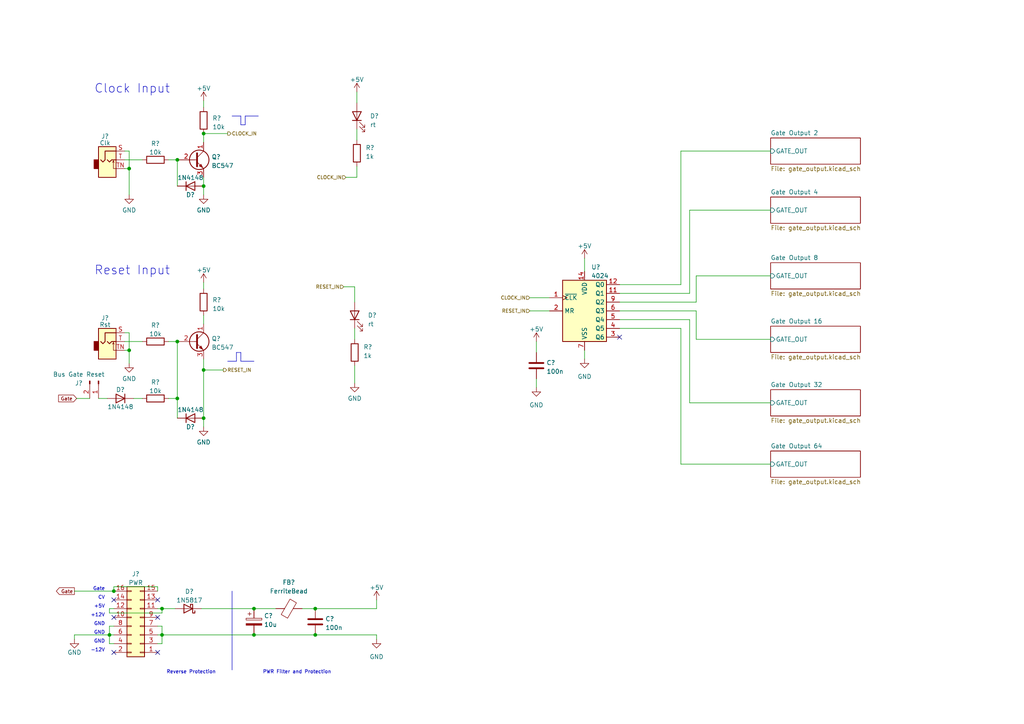
<source format=kicad_sch>
(kicad_sch (version 20230121) (generator eeschema)
  (paper "A4")
  (title_block (title "The Count") (date "2023-04-03") (rev "v1") (company "moPsy"))
  (lib_symbols
    (symbol "4xxx_IEEE:4024"
      (property "Reference" "U" (at 5.08 11.43 0))
      (property "Value" "4024" (at 10.16 -10.16 0))
      (symbol "4024_0_0"
        (rectangle (start -6.35 10.16) (end 6.35 -7.62) (stroke (width 0.254)) (fill (type background)))
        (pin power_in line (at 0 12.7 270) (length 2.54) (name "VDD") (number "14"))
        (pin power_in line (at 0 -10.16 90) (length 2.54) (name "VSS") (number "7"))
      )
      (symbol "4024_1_1"
        (pin input clock (at -10.16 5.08 0) (length 3.81) (name "~{CLK}") (number "1"))
        (pin output line (at 10.16 6.35 180) (length 3.81) (name "Q1") (number "11"))
        (pin output line (at 10.16 8.89 180) (length 3.81) (name "Q0") (number "12"))
        (pin input line (at -10.16 1.27 0) (length 3.81) (name "MR") (number "2"))
        (pin output line (at 10.16 -6.35 180) (length 3.81) (name "Q6") (number "3"))
        (pin output line (at 10.16 -3.81 180) (length 3.81) (name "Q5") (number "4"))
        (pin output line (at 10.16 -1.27 180) (length 3.81) (name "Q4") (number "5"))
        (pin output line (at 10.16 1.27 180) (length 3.81) (name "Q3") (number "6"))
        (pin output line (at 10.16 3.81 180) (length 3.81) (name "Q2") (number "9"))
      )
    )
    (symbol "Connector:AudioJack2_Ground_SwitchT"
      (property "Reference" "J?" (at -0.635 8.89 0))
      (property "Value" "IN1" (at -0.635 6.35 0))
      (symbol "AudioJack2_Ground_SwitchT_0_1"
        (rectangle (start -2.54 0) (end -3.81 -2.54) (stroke (width 0.254)) (fill (type outline)))
        (polyline (pts (xy 1.778 -0.254) (xy 2.032 -0.762)))
        (polyline (pts (xy 0 0) (xy 0.635 -0.635) (xy 1.27 0) (xy 2.54 0)) (stroke (width 0.254)))
        (polyline (pts (xy 2.54 -2.54) (xy 1.778 -2.54) (xy 1.778 -0.254) (xy 1.524 -0.762)))
        (polyline (pts (xy 2.54 2.54) (xy -0.635 2.54) (xy -0.635 0) (xy -1.27 -0.635) (xy -1.905 0)) (stroke (width 0.254)))
        (rectangle (start 2.54 3.81) (end -2.54 -5.08) (stroke (width 0.254)) (fill (type background)))
      )
      (symbol "AudioJack2_Ground_SwitchT_1_1"
        (pin passive line (at 5.08 2.54 180) (length 2.54) (name "~") (number "S"))
        (pin passive line (at 5.08 0 180) (length 2.54) (name "~") (number "T"))
        (pin passive line (at 5.08 -2.54 180) (length 2.54) (name "~") (number "TN"))
      )
    )
    (symbol "Connector:Conn_01x02_Pin" (pin_names (offset 1.016) hide)
      (property "Reference" "J" (at 0 2.54 0))
      (property "Value" "Conn_01x02_Pin" (at 0 -5.08 0))
      (symbol "Conn_01x02_Pin_1_1"
        (polyline (pts (xy 1.27 -2.54) (xy 0.8636 -2.54)) (stroke (width 0.1524)))
        (polyline (pts (xy 1.27 0) (xy 0.8636 0)) (stroke (width 0.1524)))
        (rectangle (start 0.8636 -2.413) (end 0 -2.667) (stroke (width 0.1524)) (fill (type outline)))
        (rectangle (start 0.8636 0.127) (end 0 -0.127) (stroke (width 0.1524)) (fill (type outline)))
        (pin passive line (at 5.08 0 180) (length 3.81) (name "Pin_1") (number "1"))
        (pin passive line (at 5.08 -2.54 180) (length 3.81) (name "Pin_2") (number "2"))
      )
    )
    (symbol "Connector_Generic:Conn_02x08_Odd_Even" (pin_names (offset 1.016) hide)
      (property "Reference" "J" (at 1.27 10.16 0))
      (property "Value" "Conn_02x08_Odd_Even" (at 1.27 -12.7 0))
      (symbol "Conn_02x08_Odd_Even_1_1"
        (rectangle (start -1.27 -10.033) (end 0 -10.287) (stroke (width 0.1524)))
        (rectangle (start -1.27 -7.493) (end 0 -7.747) (stroke (width 0.1524)))
        (rectangle (start -1.27 -4.953) (end 0 -5.207) (stroke (width 0.1524)))
        (rectangle (start -1.27 -2.413) (end 0 -2.667) (stroke (width 0.1524)))
        (rectangle (start -1.27 0.127) (end 0 -0.127) (stroke (width 0.1524)))
        (rectangle (start -1.27 2.667) (end 0 2.413) (stroke (width 0.1524)))
        (rectangle (start -1.27 5.207) (end 0 4.953) (stroke (width 0.1524)))
        (rectangle (start -1.27 7.747) (end 0 7.493) (stroke (width 0.1524)))
        (rectangle (start -1.27 8.89) (end 3.81 -11.43) (stroke (width 0.254)) (fill (type background)))
        (rectangle (start 3.81 -10.033) (end 2.54 -10.287) (stroke (width 0.1524)))
        (rectangle (start 3.81 -7.493) (end 2.54 -7.747) (stroke (width 0.1524)))
        (rectangle (start 3.81 -4.953) (end 2.54 -5.207) (stroke (width 0.1524)))
        (rectangle (start 3.81 -2.413) (end 2.54 -2.667) (stroke (width 0.1524)))
        (rectangle (start 3.81 0.127) (end 2.54 -0.127) (stroke (width 0.1524)))
        (rectangle (start 3.81 2.667) (end 2.54 2.413) (stroke (width 0.1524)))
        (rectangle (start 3.81 5.207) (end 2.54 4.953) (stroke (width 0.1524)))
        (rectangle (start 3.81 7.747) (end 2.54 7.493) (stroke (width 0.1524)))
        (pin passive line (at -5.08 7.62 0) (length 3.81) (name "Pin_1") (number "1"))
        (pin passive line (at 7.62 -2.54 180) (length 3.81) (name "Pin_10") (number "10"))
        (pin passive line (at -5.08 -5.08 0) (length 3.81) (name "Pin_11") (number "11"))
        (pin passive line (at 7.62 -5.08 180) (length 3.81) (name "Pin_12") (number "12"))
        (pin passive line (at -5.08 -7.62 0) (length 3.81) (name "Pin_13") (number "13"))
        (pin passive line (at 7.62 -7.62 180) (length 3.81) (name "Pin_14") (number "14"))
        (pin passive line (at -5.08 -10.16 0) (length 3.81) (name "Pin_15") (number "15"))
        (pin passive line (at 7.62 -10.16 180) (length 3.81) (name "Pin_16") (number "16"))
        (pin passive line (at 7.62 7.62 180) (length 3.81) (name "Pin_2") (number "2"))
        (pin passive line (at -5.08 5.08 0) (length 3.81) (name "Pin_3") (number "3"))
        (pin passive line (at 7.62 5.08 180) (length 3.81) (name "Pin_4") (number "4"))
        (pin passive line (at -5.08 2.54 0) (length 3.81) (name "Pin_5") (number "5"))
        (pin passive line (at 7.62 2.54 180) (length 3.81) (name "Pin_6") (number "6"))
        (pin passive line (at -5.08 0 0) (length 3.81) (name "Pin_7") (number "7"))
        (pin passive line (at 7.62 0 180) (length 3.81) (name "Pin_8") (number "8"))
        (pin passive line (at -5.08 -2.54 0) (length 3.81) (name "Pin_9") (number "9"))
      )
    )
    (symbol "Device:C" (pin_numbers hide) (pin_names (offset 0.254))
      (property "Reference" "C" (at 0.635 2.54 0))
      (property "Value" "C" (at 0.635 -2.54 0))
      (symbol "C_0_1"
        (polyline (pts (xy -2.032 -0.762) (xy 2.032 -0.762)) (stroke (width 0.508)))
        (polyline (pts (xy -2.032 0.762) (xy 2.032 0.762)) (stroke (width 0.508)))
      )
      (symbol "C_1_1"
        (pin passive line (at 0 3.81 270) (length 2.794) (name "~") (number "1"))
        (pin passive line (at 0 -3.81 90) (length 2.794) (name "~") (number "2"))
      )
    )
    (symbol "Device:C_Polarized" (pin_numbers hide) (pin_names (offset 0.254))
      (property "Reference" "C" (at 0.635 2.54 0))
      (property "Value" "C_Polarized" (at 0.635 -2.54 0))
      (symbol "C_Polarized_0_1"
        (rectangle (start -2.286 0.508) (end 2.286 1.016))
        (polyline (pts (xy -1.778 2.286) (xy -0.762 2.286)))
        (polyline (pts (xy -1.27 2.794) (xy -1.27 1.778)))
        (rectangle (start 2.286 -0.508) (end -2.286 -1.016) (fill (type outline)))
      )
      (symbol "C_Polarized_1_1"
        (pin passive line (at 0 3.81 270) (length 2.794) (name "~") (number "1"))
        (pin passive line (at 0 -3.81 90) (length 2.794) (name "~") (number "2"))
      )
    )
    (symbol "Device:D_Schottky" (pin_numbers hide) (pin_names (offset 1.016) hide)
      (property "Reference" "D" (at 0 2.54 0))
      (property "Value" "D_Schottky" (at 0 -2.54 0))
      (symbol "D_Schottky_0_1"
        (polyline (pts (xy 1.27 0) (xy -1.27 0)))
        (polyline (pts (xy 1.27 1.27) (xy 1.27 -1.27) (xy -1.27 0) (xy 1.27 1.27)) (stroke (width 0.254)))
        (polyline (pts (xy -1.905 0.635) (xy -1.905 1.27) (xy -1.27 1.27) (xy -1.27 -1.27) (xy -0.635 -1.27) (xy -0.635 -0.635)) (stroke (width 0.254)))
      )
      (symbol "D_Schottky_1_1"
        (pin passive line (at -3.81 0 0) (length 2.54) (name "K") (number "1"))
        (pin passive line (at 3.81 0 180) (length 2.54) (name "A") (number "2"))
      )
    )
    (symbol "Device:FerriteBead" (pin_numbers hide) (pin_names (offset 0))
      (property "Reference" "FB" (at -3.81 0.635 90))
      (property "Value" "FerriteBead" (at 3.81 0 90))
      (symbol "FerriteBead_0_1"
        (polyline (pts (xy 0 -1.27) (xy 0 -1.2192)))
        (polyline (pts (xy 0 1.27) (xy 0 1.2954)))
        (polyline (pts (xy -2.7686 0.4064) (xy -1.7018 2.2606) (xy 2.7686 -0.3048) (xy 1.6764 -2.159) (xy -2.7686 0.4064)))
      )
      (symbol "FerriteBead_1_1"
        (pin passive line (at 0 3.81 270) (length 2.54) (name "~") (number "1"))
        (pin passive line (at 0 -3.81 90) (length 2.54) (name "~") (number "2"))
      )
    )
    (symbol "Device:LED" (pin_numbers hide) (pin_names (offset 1.016) hide)
      (property "Reference" "D" (at 0 2.54 0))
      (property "Value" "LED" (at 0 -2.54 0))
      (symbol "LED_0_1"
        (polyline (pts (xy -1.27 -1.27) (xy -1.27 1.27)) (stroke (width 0.254)))
        (polyline (pts (xy -1.27 0) (xy 1.27 0)))
        (polyline (pts (xy 1.27 -1.27) (xy 1.27 1.27) (xy -1.27 0) (xy 1.27 -1.27)) (stroke (width 0.254)))
        (polyline (pts (xy -3.048 -0.762) (xy -4.572 -2.286) (xy -3.81 -2.286) (xy -4.572 -2.286) (xy -4.572 -1.524)))
        (polyline (pts (xy -1.778 -0.762) (xy -3.302 -2.286) (xy -2.54 -2.286) (xy -3.302 -2.286) (xy -3.302 -1.524)))
      )
      (symbol "LED_1_1"
        (pin passive line (at -3.81 0 0) (length 2.54) (name "K") (number "1"))
        (pin passive line (at 3.81 0 180) (length 2.54) (name "A") (number "2"))
      )
    )
    (symbol "Device:R" (pin_numbers hide) (pin_names (offset 0))
      (property "Reference" "R" (at 2.032 0 90))
      (property "Value" "R" (at 0 0 90))
      (symbol "R_0_1"
        (rectangle (start -1.016 -2.54) (end 1.016 2.54) (stroke (width 0.254)))
      )
      (symbol "R_1_1"
        (pin passive line (at 0 3.81 270) (length 1.27) (name "~") (number "1"))
        (pin passive line (at 0 -3.81 90) (length 1.27) (name "~") (number "2"))
      )
    )
    (symbol "Diode:1N4148" (pin_numbers hide) (pin_names hide)
      (property "Reference" "D" (at 0 2.54 0))
      (property "Value" "1N4148" (at 0 -2.54 0))
      (symbol "1N4148_0_1"
        (polyline (pts (xy -1.27 1.27) (xy -1.27 -1.27)) (stroke (width 0.254)))
        (polyline (pts (xy 1.27 0) (xy -1.27 0)))
        (polyline (pts (xy 1.27 1.27) (xy 1.27 -1.27) (xy -1.27 0) (xy 1.27 1.27)) (stroke (width 0.254)))
      )
      (symbol "1N4148_1_1"
        (pin passive line (at -3.81 0 0) (length 2.54) (name "K") (number "1"))
        (pin passive line (at 3.81 0 180) (length 2.54) (name "A") (number "2"))
      )
    )
    (symbol "GND_1" (power) (pin_names (offset 0))
      (property "Value" "GND_1" (at 0 -3.81 0))
      (symbol "GND_1_0_1"
        (polyline (pts (xy 0 0) (xy 0 -1.27) (xy 1.27 -1.27) (xy 0 -2.54) (xy -1.27 -1.27) (xy 0 -1.27)))
      )
      (symbol "GND_1_1_1"
        (pin power_in line (at 0 0 270) (length 0) hide (name "GND") (number "1"))
      )
    )
    (symbol "Transistor_BJT:BC547" (pin_names (offset 0) hide)
      (property "Reference" "Q" (at 5.08 1.905 0))
      (property "Value" "BC547" (at 5.08 0 0))
      (symbol "BC547_0_1"
        (polyline (pts (xy 0 0) (xy 0.635 0)))
        (polyline (pts (xy 0.635 0.635) (xy 2.54 2.54)))
        (polyline (pts (xy 0.635 -0.635) (xy 2.54 -2.54) (xy 2.54 -2.54)))
        (polyline (pts (xy 0.635 1.905) (xy 0.635 -1.905) (xy 0.635 -1.905)) (stroke (width 0.508)))
        (polyline (pts (xy 1.27 -1.778) (xy 1.778 -1.27) (xy 2.286 -2.286) (xy 1.27 -1.778) (xy 1.27 -1.778)) (fill (type outline)))
        (circle (center 1.27 0) (radius 2.8194) (stroke (width 0.254)))
      )
      (symbol "BC547_1_1"
        (pin passive line (at 2.54 5.08 270) (length 2.54) (name "C") (number "1"))
        (pin input line (at -5.08 0 0) (length 5.08) (name "B") (number "2"))
        (pin passive line (at 2.54 -5.08 90) (length 2.54) (name "E") (number "3"))
      )
    )
    (symbol "power:+5V" (power) (pin_names (offset 0))
      (property "Value" "+5V" (at 0 3.556 0))
      (symbol "+5V_0_1"
        (polyline (pts (xy -0.762 1.27) (xy 0 2.54)))
        (polyline (pts (xy 0 0) (xy 0 2.54)))
        (polyline (pts (xy 0 2.54) (xy 0.762 1.27)))
      )
      (symbol "+5V_1_1"
        (pin power_in line (at 0 0 90) (length 0) hide (name "+5V") (number "1"))
      )
    )
    (symbol "power:GND" (power) (pin_names (offset 0))
      (property "Value" "GND" (at 0 -3.81 0))
      (symbol "GND_0_1"
        (polyline (pts (xy 0 0) (xy 0 -1.27) (xy 1.27 -1.27) (xy 0 -2.54) (xy -1.27 -1.27) (xy 0 -1.27)))
      )
      (symbol "GND_1_1"
        (pin power_in line (at 0 0 270) (length 0) hide (name "GND") (number "1"))
      )
    )
  )
  (junction (at 59.055 53.975))
  (junction (at 37.465 101.6))
  (junction (at 46.99 176.53))
  (junction (at 33.02 171.45))
  (junction (at 51.435 115.57))
  (junction (at 73.66 184.15))
  (junction (at 91.44 176.53))
  (junction (at 51.435 99.06))
  (junction (at 46.99 184.15))
  (junction (at 59.055 38.735))
  (junction (at 59.055 121.285))
  (junction (at 73.66 176.53))
  (junction (at 91.44 184.15))
  (junction (at 37.465 48.895))
  (junction (at 59.055 107.315))
  (junction (at 31.75 184.15))
  (junction (at 51.435 46.355))
  (no_connect (at 45.72 173.99))
  (no_connect (at 33.02 189.23))
  (no_connect (at 33.02 179.07))
  (no_connect (at 45.72 179.07))
  (no_connect (at 33.02 173.99))
  (no_connect (at 45.72 189.23))
  (no_connect (at 179.705 97.79))
  (wire (pts (xy 169.545 101.6) (xy 169.545 104.14)))
  (wire (pts (xy 155.575 109.855) (xy 155.575 112.395)))
  (wire (pts (xy 37.465 43.815) (xy 37.465 48.895)))
  (wire (pts (xy 200.025 85.09) (xy 200.025 60.96)))
  (wire (pts (xy 46.99 184.15) (xy 73.66 184.15)))
  (wire (pts (xy 58.42 176.53) (xy 73.66 176.53)))
  (wire (pts (xy 201.93 90.17) (xy 201.93 98.425)))
  (wire (pts (xy 59.055 29.21) (xy 59.055 31.115)))
  (polyline (pts (xy 71.12 33.655) (xy 74.93 33.655)) (stroke (width 0) (type solid)))
  (wire (pts (xy 102.87 106.045) (xy 102.87 111.125)))
  (polyline (pts (xy 66.04 104.775) (xy 68.58 104.775)) (stroke (width 0) (type solid)))
  (wire (pts (xy 37.465 101.6) (xy 37.465 105.41)))
  (wire (pts (xy 45.72 170.18) (xy 33.02 170.18)))
  (wire (pts (xy 179.705 82.55) (xy 197.485 82.55)))
  (polyline (pts (xy 67.31 33.655) (xy 69.85 33.655)) (stroke (width 0) (type solid)))
  (wire (pts (xy 51.435 46.355) (xy 51.435 53.975)))
  (wire (pts (xy 46.99 176.53) (xy 46.99 177.8)))
  (wire (pts (xy 201.93 80.01) (xy 223.52 80.01)))
  (wire (pts (xy 59.055 38.735) (xy 59.055 41.275)))
  (wire (pts (xy 45.72 171.45) (xy 45.72 170.18)))
  (polyline (pts (xy 68.58 102.235) (xy 69.85 102.235)) (stroke (width 0) (type solid)))
  (wire (pts (xy 153.67 86.36) (xy 159.385 86.36)))
  (wire (pts (xy 179.705 90.17) (xy 201.93 90.17)))
  (wire (pts (xy 50.8 176.53) (xy 46.99 176.53)))
  (wire (pts (xy 87.63 176.53) (xy 91.44 176.53)))
  (polyline (pts (xy 68.58 104.775) (xy 68.58 102.235)) (stroke (width 0) (type solid)))
  (wire (pts (xy 200.025 60.96) (xy 223.52 60.96)))
  (wire (pts (xy 59.055 38.735) (xy 66.04 38.735)))
  (wire (pts (xy 200.025 116.84) (xy 223.52 116.84)))
  (wire (pts (xy 179.705 95.25) (xy 197.485 95.25)))
  (wire (pts (xy 45.72 186.69) (xy 46.99 186.69)))
  (wire (pts (xy 73.66 176.53) (xy 80.01 176.53)))
  (wire (pts (xy 73.66 184.15) (xy 91.44 184.15)))
  (wire (pts (xy 45.72 184.15) (xy 46.99 184.15)))
  (wire (pts (xy 36.195 46.355) (xy 41.275 46.355)))
  (polyline (pts (xy 69.85 102.235) (xy 69.85 104.775)) (stroke (width 0) (type solid)))
  (wire (pts (xy 31.75 186.69) (xy 33.02 186.69)))
  (wire (pts (xy 21.59 171.45) (xy 33.02 171.45)))
  (wire (pts (xy 37.465 96.52) (xy 37.465 101.6)))
  (wire (pts (xy 103.505 26.67) (xy 103.505 29.845)))
  (wire (pts (xy 33.02 176.53) (xy 31.75 176.53)))
  (wire (pts (xy 169.545 74.93) (xy 169.545 78.74)))
  (wire (pts (xy 46.99 176.53) (xy 45.72 176.53)))
  (wire (pts (xy 31.75 184.15) (xy 31.75 186.69)))
  (wire (pts (xy 59.055 121.285) (xy 59.055 123.825)))
  (wire (pts (xy 28.575 115.57) (xy 31.115 115.57)))
  (wire (pts (xy 36.195 96.52) (xy 37.465 96.52)))
  (wire (pts (xy 21.59 185.42) (xy 21.59 184.15)))
  (wire (pts (xy 59.055 81.915) (xy 59.055 83.82)))
  (wire (pts (xy 36.195 101.6) (xy 37.465 101.6)))
  (wire (pts (xy 102.87 83.185) (xy 102.87 87.63)))
  (wire (pts (xy 59.055 107.315) (xy 59.055 121.285)))
  (wire (pts (xy 102.87 95.25) (xy 102.87 98.425)))
  (wire (pts (xy 45.72 181.61) (xy 46.99 181.61)))
  (wire (pts (xy 59.055 53.975) (xy 59.055 56.515)))
  (wire (pts (xy 22.225 115.57) (xy 26.035 115.57)))
  (wire (pts (xy 201.93 87.63) (xy 201.93 80.01)))
  (wire (pts (xy 31.75 176.53) (xy 31.75 177.8)))
  (wire (pts (xy 51.435 115.57) (xy 51.435 121.285)))
  (wire (pts (xy 46.99 184.15) (xy 46.99 186.69)))
  (wire (pts (xy 200.025 92.71) (xy 200.025 116.84)))
  (wire (pts (xy 91.44 184.15) (xy 109.22 184.15)))
  (polyline (pts (xy 69.85 33.655) (xy 69.85 36.195)) (stroke (width 0) (type solid)))
  (wire (pts (xy 99.695 83.185) (xy 102.87 83.185)))
  (wire (pts (xy 155.575 99.06) (xy 155.575 102.235)))
  (wire (pts (xy 31.75 184.15) (xy 33.02 184.15)))
  (wire (pts (xy 197.485 43.815) (xy 223.52 43.815)))
  (wire (pts (xy 103.505 48.26) (xy 103.505 51.435)))
  (wire (pts (xy 197.485 95.25) (xy 197.485 134.62)))
  (wire (pts (xy 36.195 48.895) (xy 37.465 48.895)))
  (wire (pts (xy 100.33 51.435) (xy 103.505 51.435)))
  (wire (pts (xy 59.055 51.435) (xy 59.055 53.975)))
  (wire (pts (xy 179.705 87.63) (xy 201.93 87.63)))
  (wire (pts (xy 38.735 115.57) (xy 41.275 115.57)))
  (polyline (pts (xy 71.12 36.195) (xy 71.12 33.655)) (stroke (width 0) (type solid)))
  (wire (pts (xy 48.895 99.06) (xy 51.435 99.06)))
  (wire (pts (xy 36.195 43.815) (xy 37.465 43.815)))
  (wire (pts (xy 31.75 177.8) (xy 46.99 177.8)))
  (wire (pts (xy 103.505 37.465) (xy 103.505 40.64)))
  (wire (pts (xy 33.02 170.18) (xy 33.02 171.45)))
  (wire (pts (xy 201.93 98.425) (xy 223.52 98.425)))
  (wire (pts (xy 179.705 85.09) (xy 200.025 85.09)))
  (polyline (pts (xy 69.85 104.775) (xy 73.66 104.775)) (stroke (width 0) (type solid)))
  (wire (pts (xy 59.055 104.14) (xy 59.055 107.315)))
  (wire (pts (xy 197.485 82.55) (xy 197.485 43.815)))
  (wire (pts (xy 109.22 185.42) (xy 109.22 184.15)))
  (wire (pts (xy 51.435 99.06) (xy 51.435 115.57)))
  (wire (pts (xy 48.895 46.355) (xy 51.435 46.355)))
  (wire (pts (xy 153.67 90.17) (xy 159.385 90.17)))
  (wire (pts (xy 109.22 173.99) (xy 109.22 176.53)))
  (wire (pts (xy 59.055 107.315) (xy 64.77 107.315)))
  (wire (pts (xy 33.02 181.61) (xy 31.75 181.61)))
  (wire (pts (xy 37.465 48.895) (xy 37.465 56.515)))
  (wire (pts (xy 36.195 99.06) (xy 41.275 99.06)))
  (wire (pts (xy 91.44 176.53) (xy 109.22 176.53)))
  (polyline (pts (xy 67.31 171.45) (xy 67.31 194.31)))
  (wire (pts (xy 179.705 92.71) (xy 200.025 92.71)))
  (wire (pts (xy 46.99 181.61) (xy 46.99 184.15)))
  (polyline (pts (xy 69.85 36.195) (xy 71.12 36.195)) (stroke (width 0) (type solid)))
  (wire (pts (xy 31.75 181.61) (xy 31.75 184.15)))
  (wire (pts (xy 21.59 184.15) (xy 31.75 184.15)))
  (wire (pts (xy 59.055 91.44) (xy 59.055 93.98)))
  (wire (pts (xy 197.485 134.62) (xy 223.52 134.62)))
  (wire (pts (xy 48.895 115.57) (xy 51.435 115.57)))
  (text "Gate" (at 30.48 171.45 0) (effects (font (size 1 1)) (justify right bottom)))
  (text "+12V" (at 30.48 179.07 0) (effects (font (size 1 1)) (justify right bottom)))
  (text "PWR Filter and Protection\n" (at 76.2 195.58 0) (effects (font (size 1 1)) (justify left bottom)))
  (text "Reverse Protection" (at 48.26 195.58 0) (effects (font (size 1 1)) (justify left bottom)))
  (text "GND" (at 30.48 186.69 0) (effects (font (size 1 1)) (justify right bottom)))
  (text "+5V" (at 30.48 176.53 0) (effects (font (size 1 1)) (justify right bottom)))
  (text "GND" (at 30.48 181.61 0) (effects (font (size 1 1)) (justify right bottom)))
  (text "Clock Input" (at 27.305 27.305 0) (effects (font (size 2.54 2.54)) (justify left bottom)))
  (text "CV" (at 30.48 173.99 0) (effects (font (size 1 1)) (justify right bottom)))
  (text "-12V" (at 30.48 189.23 0) (effects (font (size 1 1)) (justify right bottom)))
  (text "Reset Input" (at 27.305 80.01 0) (effects (font (size 2.54 2.54)) (justify left bottom)))
  (text "GND" (at 30.48 184.15 0) (effects (font (size 1 1)) (justify right bottom)))
  (global_label "Gate" (shape input) (at 22.225 115.57 180) (effects (font (size 1 1))) (property "Intersheetrefs" "${INTERSHEET_REFS}" (effects hide)) (property "Referenzen zwischen Schaltplänen" "${INTERSHEET_REFS}" (effects hide)))
  (global_label "Gate" (shape output) (at 21.59 171.45 180) (effects (font (size 1 1))) (property "Intersheetrefs" "${INTERSHEET_REFS}" (effects hide)) (property "Referenzen zwischen Schaltplänen" "${INTERSHEET_REFS}" (effects hide)))
  (hierarchical_label "RESET_IN" (shape input) (at 99.695 83.185 180) (effects (font (size 1 1))))
  (hierarchical_label "CLOCK_IN" (shape input) (at 153.67 86.36 180) (effects (font (size 1 1))))
  (hierarchical_label "CLOCK_IN" (shape input) (at 100.33 51.435 180) (effects (font (size 1 1))))
  (hierarchical_label "RESET_IN" (shape output) (at 64.77 107.315 0) (effects (font (size 1 1))))
  (hierarchical_label "RESET_IN" (shape input) (at 153.67 90.17 180) (effects (font (size 1 1))))
  (hierarchical_label "CLOCK_IN" (shape output) (at 66.04 38.735 0) (effects (font (size 1 1))))
  (symbol (lib_name "GND_1") (lib_id "power:GND") (at 155.575 112.395 0) (unit 1)
    (property "Reference" "#PWR?" (effects hide))
    (property "Value" "GND" (at 155.575 117.475 0))
  )
  (symbol (lib_id "Device:C") (at 155.575 106.045 0) (unit 1)
    (property "Reference" "C?" (at 158.496 105.2103 0) (effects (justify left)))
    (property "Value" "100n" (at 158.496 107.7472 0) (effects (justify left)))
    (property "Footprint" "Capacitor_THT:C_Disc_D4.3mm_W1.9mm_P5.00mm" (effects hide))
  )
  (symbol (lib_id "power:GND") (at 102.87 111.125 0) (unit 1)
    (property "Reference" "#PWR?" (effects hide))
    (property "Value" "GND" (at 102.87 115.5684 0))
  )
  (symbol (lib_id "Device:D_Schottky") (at 54.61 176.53 180) (unit 1)
    (property "Reference" "D?" (at 54.9275 171.5602 0))
    (property "Value" "1N5817" (at 54.9275 174.0971 0))
    (property "Footprint" "Diode_THT:D_DO-41_SOD81_P7.62mm_Horizontal" (effects hide))
  )
  (symbol (lib_id "Device:LED") (at 103.505 33.655 90) (unit 1)
    (property "Reference" "D?" (at 107.315 33.655 90) (effects (justify right)))
    (property "Value" "rt" (at 107.315 36.195 90) (effects (justify right)))
    (property "Footprint" "LED_THT:LED_D3.0mm" (effects hide))
  )
  (symbol (lib_id "Device:R") (at 103.505 44.45 180) (unit 1)
    (property "Reference" "R?" (at 106.045 42.8625 0) (effects (justify right)))
    (property "Value" "1k" (at 106.045 45.4025 0) (effects (justify right)))
    (property "Footprint" "Resistor_THT:R_Axial_DIN0207_L6.3mm_D2.5mm_P7.62mm_Horizontal" (effects hide))
  )
  (symbol (lib_id "power:+5V") (at 103.505 26.67 0) (unit 1)
    (property "Reference" "#PWR?" (effects hide))
    (property "Value" "+5V" (at 103.505 23.0942 0))
  )
  (symbol (lib_id "Device:R") (at 59.055 34.925 180) (unit 1)
    (property "Reference" "R?" (at 61.595 34.29 0) (effects (justify right)))
    (property "Value" "10k" (at 61.595 36.83 0) (effects (justify right)))
    (property "Footprint" "Resistor_THT:R_Axial_DIN0207_L6.3mm_D2.5mm_P7.62mm_Horizontal" (effects hide))
  )
  (symbol (lib_id "Device:R") (at 59.055 87.63 180) (unit 1)
    (property "Reference" "R?" (at 61.595 86.995 0) (effects (justify right)))
    (property "Value" "10k" (at 61.595 89.535 0) (effects (justify right)))
    (property "Footprint" "Resistor_THT:R_Axial_DIN0207_L6.3mm_D2.5mm_P7.62mm_Horizontal" (effects hide))
  )
  (symbol (lib_id "Transistor_BJT:BC547") (at 56.515 46.355 0) (unit 1)
    (property "Reference" "Q?" (at 61.3664 45.5203 0) (effects (justify left)))
    (property "Value" "BC547" (at 61.3664 48.0572 0) (effects (justify left)))
    (property "Footprint" "Package_TO_SOT_THT:TO-92_Inline" (effects hide))
    (property "Datasheet" "https://www.onsemi.com/pub/Collateral/BC550-D.pdf" (effects hide))
  )
  (symbol (lib_id "power:GND") (at 59.055 123.825 0) (unit 1)
    (property "Reference" "#PWR?" (effects hide))
    (property "Value" "GND" (at 59.055 128.2684 0))
  )
  (symbol (lib_id "power:+5V") (at 59.055 81.915 0) (unit 1)
    (property "Reference" "#PWR?" (effects hide))
    (property "Value" "+5V" (at 59.055 78.3392 0))
  )
  (symbol (lib_id "Device:FerriteBead") (at 83.82 176.53 90) (unit 1)
    (property "Reference" "FB?" (at 83.7692 168.91 90))
    (property "Value" "FerriteBead" (at 83.7692 171.45 90))
    (property "Footprint" "mopsy:FBeadL4D4" (effects hide))
  )
  (symbol (lib_id "Connector_Generic:Conn_02x08_Odd_Even") (at 40.64 181.61 180) (unit 1)
    (property "Reference" "J?" (at 39.37 166.4802 0))
    (property "Value" "PWR" (at 39.37 169.0171 0))
    (property "Footprint" "Connector_PinHeader_2.54mm:PinHeader_2x08_P2.54mm_Vertical" (effects hide))
  )
  (symbol (lib_id "Device:C") (at 91.44 180.34 0) (unit 1)
    (property "Reference" "C?" (at 94.361 179.5053 0) (effects (justify left)))
    (property "Value" "100n" (at 94.361 182.0422 0) (effects (justify left)))
    (property "Footprint" "Capacitor_THT:C_Disc_D4.3mm_W1.9mm_P5.00mm" (effects hide))
  )
  (symbol (lib_id "power:GND") (at 37.465 105.41 0) (unit 1)
    (property "Reference" "#PWR?" (effects hide))
    (property "Value" "GND" (at 37.465 109.8534 0))
  )
  (symbol (lib_id "Device:R") (at 102.87 102.235 180) (unit 1)
    (property "Reference" "R?" (at 105.41 100.6475 0) (effects (justify right)))
    (property "Value" "1k" (at 105.41 103.1875 0) (effects (justify right)))
    (property "Footprint" "Resistor_THT:R_Axial_DIN0207_L6.3mm_D2.5mm_P7.62mm_Horizontal" (effects hide))
  )
  (symbol (lib_id "Device:C_Polarized") (at 73.66 180.34 0) (unit 1)
    (property "Reference" "C?" (at 76.581 178.6163 0) (effects (justify left)))
    (property "Value" "10u" (at 76.581 181.1532 0) (effects (justify left)))
    (property "Footprint" "Capacitor_THT:CP_Radial_D4.0mm_P1.50mm" (effects hide))
  )
  (symbol (lib_id "Diode:1N4148") (at 34.925 115.57 180) (unit 1)
    (property "Reference" "D?" (at 34.925 113.03 0))
    (property "Value" "1N4148" (at 34.925 118.0029 0))
    (property "Footprint" "Diode_THT:D_DO-35_SOD27_P7.62mm_Horizontal" (effects hide))
    (property "Datasheet" "https://assets.nexperia.com/documents/data-sheet/1N4148_1N4448.pdf" (effects hide))
  )
  (symbol (lib_name "GND_1") (lib_id "power:GND") (at 169.545 104.14 0) (unit 1)
    (property "Reference" "#PWR?" (effects hide))
    (property "Value" "GND" (at 169.545 109.22 0))
  )
  (symbol (lib_id "Transistor_BJT:BC547") (at 56.515 99.06 0) (unit 1)
    (property "Reference" "Q?" (at 61.3664 98.2253 0) (effects (justify left)))
    (property "Value" "BC547" (at 61.3664 100.7622 0) (effects (justify left)))
    (property "Footprint" "Package_TO_SOT_THT:TO-92_Inline" (effects hide))
    (property "Datasheet" "https://www.onsemi.com/pub/Collateral/BC550-D.pdf" (effects hide))
  )
  (symbol (lib_id "4xxx_IEEE:4024") (at 169.545 91.44 0) (unit 1)
    (property "Reference" "U?" (at 171.5009 77.47 0) (effects (justify left)))
    (property "Value" "4024" (at 171.5009 80.01 0) (effects (justify left)))
    (property "Footprint" "Package_DIP:DIP-14_W7.62mm_Socket_LongPads" (effects hide))
  )
  (symbol (lib_id "power:+5V") (at 59.055 29.21 0) (unit 1)
    (property "Reference" "#PWR?" (effects hide))
    (property "Value" "+5V" (at 59.055 25.6342 0))
  )
  (symbol (lib_id "power:GND") (at 21.59 185.42 0) (unit 1)
    (property "Reference" "#PWR?" (effects hide))
    (property "Value" "GND" (at 21.59 189.23 0))
  )
  (symbol (lib_id "power:+5V") (at 109.22 173.99 0) (unit 1)
    (property "Reference" "#PWR?" (effects hide))
    (property "Value" "+5V" (at 109.22 170.4142 0))
  )
  (symbol (lib_id "Device:R") (at 45.085 115.57 90) (unit 1)
    (property "Reference" "R?" (at 45.085 110.8542 90))
    (property "Value" "10k" (at 45.085 113.3911 90))
    (property "Footprint" "Resistor_THT:R_Axial_DIN0207_L6.3mm_D2.5mm_P7.62mm_Horizontal" (effects hide))
  )
  (symbol (lib_id "power:+5V") (at 169.545 74.93 0) (unit 1)
    (property "Reference" "#PWR?" (effects hide))
    (property "Value" "+5V" (at 169.545 71.3542 0))
  )
  (symbol (lib_id "Diode:1N4148") (at 55.245 121.285 0) (unit 1)
    (property "Reference" "D?" (at 55.245 123.825 0))
    (property "Value" "1N4148" (at 55.245 118.8521 0))
    (property "Footprint" "Diode_THT:D_DO-35_SOD27_P7.62mm_Horizontal" (effects hide))
    (property "Datasheet" "https://assets.nexperia.com/documents/data-sheet/1N4148_1N4448.pdf" (effects hide))
  )
  (symbol (lib_id "power:GND") (at 37.465 56.515 0) (unit 1)
    (property "Reference" "#PWR?" (effects hide))
    (property "Value" "GND" (at 37.465 60.9584 0))
  )
  (symbol (lib_name "GND_1") (lib_id "power:GND") (at 109.22 185.42 0) (unit 1)
    (property "Reference" "#PWR?" (effects hide))
    (property "Value" "GND" (at 109.22 190.5 0))
  )
  (symbol (lib_id "Device:LED") (at 102.87 91.44 90) (unit 1)
    (property "Reference" "D?" (at 106.68 91.44 90) (effects (justify right)))
    (property "Value" "rt" (at 106.68 93.98 90) (effects (justify right)))
    (property "Footprint" "LED_THT:LED_D3.0mm" (effects hide))
  )
  (symbol (lib_id "Device:R") (at 45.085 99.06 90) (unit 1)
    (property "Reference" "R?" (at 45.085 94.3442 90))
    (property "Value" "10k" (at 45.085 96.8811 90))
    (property "Footprint" "Resistor_THT:R_Axial_DIN0207_L6.3mm_D2.5mm_P7.62mm_Horizontal" (effects hide))
  )
  (symbol (lib_id "Connector:AudioJack2_Ground_SwitchT") (at 31.115 46.355 0) (unit 1)
    (property "Reference" "J?" (at 30.48 39.5351 0))
    (property "Value" "Clk" (at 30.48 41.4561 0))
    (property "Footprint" "moPsy:CLIFF 3.5mm S6 Mono Jack Socket" (effects hide))
  )
  (symbol (lib_id "Connector:AudioJack2_Ground_SwitchT") (at 31.115 99.06 0) (unit 1)
    (property "Reference" "J?" (at 30.48 92.2401 0))
    (property "Value" "Rst" (at 30.48 94.1611 0))
    (property "Footprint" "moPsy:CLIFF 3.5mm S6 Mono Jack Socket" (effects hide))
  )
  (symbol (lib_id "Diode:1N4148") (at 55.245 53.975 0) (unit 1)
    (property "Reference" "D?" (at 55.245 56.515 0))
    (property "Value" "1N4148" (at 55.245 51.5421 0))
    (property "Footprint" "Diode_THT:D_DO-35_SOD27_P7.62mm_Horizontal" (effects hide))
    (property "Datasheet" "https://assets.nexperia.com/documents/data-sheet/1N4148_1N4448.pdf" (effects hide))
  )
  (symbol (lib_id "power:GND") (at 59.055 56.515 0) (unit 1)
    (property "Reference" "#PWR?" (effects hide))
    (property "Value" "GND" (at 59.055 60.9584 0))
  )
  (symbol (lib_id "Connector:Conn_01x02_Pin") (at 28.575 110.49 270) (unit 1)
    (property "Reference" "J?" (at 22.86 111.125 90))
    (property "Value" "Bus Gate Reset" (at 22.86 108.585 90))
    (property "Footprint" "Connector_PinHeader_2.54mm:PinHeader_1x02_P2.54mm_Vertical" (effects hide))
  )
  (symbol (lib_id "power:+5V") (at 155.575 99.06 0) (unit 1)
    (property "Reference" "#PWR?" (effects hide))
    (property "Value" "+5V" (at 155.575 95.4842 0))
  )
  (symbol (lib_id "Device:R") (at 45.085 46.355 90) (unit 1)
    (property "Reference" "R?" (at 45.085 41.6392 90))
    (property "Value" "10k" (at 45.085 44.1761 90))
    (property "Footprint" "Resistor_THT:R_Axial_DIN0207_L6.3mm_D2.5mm_P7.62mm_Horizontal" (effects hide))
  )
  (sheet (at 223.52 113.03) (size 26.035 7.62) (stroke (width 0.1524))
    (property "Sheetname" "Gate Output 32" (at 223.52 112.3184 0) (effects (justify left bottom)))
    (property "Sheetfile" "gate_output.kicad_sch" (at 223.52 121.2346 0) (effects (justify left top)))
    (pin "GATE_OUT" input (at 223.52 116.84 180))
  )
  (sheet (at 223.52 57.15) (size 26.035 7.62) (stroke (width 0.1524))
    (property "Sheetname" "Gate Output 4" (at 223.52 56.4384 0) (effects (justify left bottom)))
    (property "Sheetfile" "gate_output.kicad_sch" (at 223.52 65.3546 0) (effects (justify left top)))
    (pin "GATE_OUT" input (at 223.52 60.96 180))
  )
  (sheet (at 223.52 130.81) (size 26.035 7.62) (stroke (width 0.1524))
    (property "Sheetname" "Gate Output 64" (at 223.52 130.0984 0) (effects (justify left bottom)))
    (property "Sheetfile" "gate_output.kicad_sch" (at 223.52 139.0146 0) (effects (justify left top)))
    (pin "GATE_OUT" input (at 223.52 134.62 180))
  )
  (sheet (at 223.52 76.2) (size 26.035 7.62) (stroke (width 0.1524))
    (property "Sheetname" "Gate Output 8" (at 223.52 75.4884 0) (effects (justify left bottom)))
    (property "Sheetfile" "gate_output.kicad_sch" (at 223.52 84.4046 0) (effects (justify left top)))
    (pin "GATE_OUT" input (at 223.52 80.01 180))
  )
  (sheet (at 223.52 40.005) (size 26.035 7.62) (stroke (width 0.1524))
    (property "Sheetname" "Gate Output 2" (at 223.52 39.2934 0) (effects (justify left bottom)))
    (property "Sheetfile" "gate_output.kicad_sch" (at 223.52 48.2096 0) (effects (justify left top)))
    (pin "GATE_OUT" input (at 223.52 43.815 180))
  )
  (sheet (at 223.52 94.615) (size 26.035 7.62) (stroke (width 0.1524))
    (property "Sheetname" "Gate Output 16" (at 223.52 93.9034 0) (effects (justify left bottom)))
    (property "Sheetfile" "gate_output.kicad_sch" (at 223.52 102.8196 0) (effects (justify left top)))
    (pin "GATE_OUT" input (at 223.52 98.425 180))
  )
)
</source>
